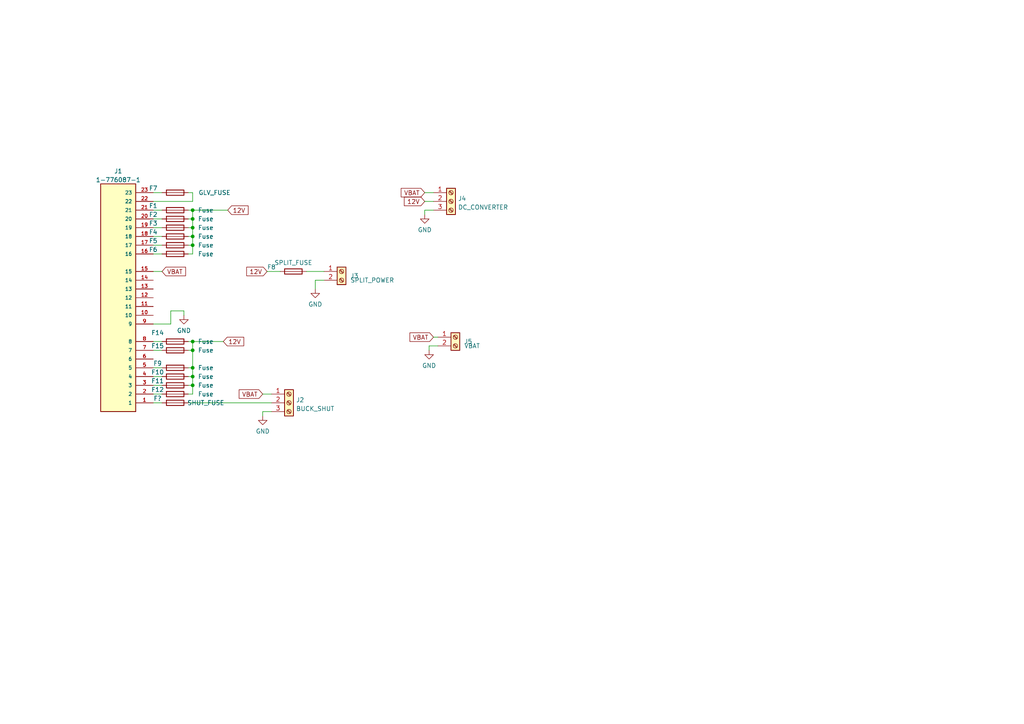
<source format=kicad_sch>
(kicad_sch (version 20211123) (generator eeschema)
  (paper "A4")
  (lib_symbols
    (symbol "1-776087-1:1-776087-1" (pin_names (offset 1.016))
      (property "Reference" "J" (at -5.08 33.7058 0))
      (property "Value" "1-776087-1" (at -5.08 -35.56 0))
      (symbol "1-776087-1_0_0"
        (rectangle (start -5.08 -33.02) (end 5.08 33.02) (stroke (width 0.254)) (fill (type background)))
        (pin passive line (at -10.16 30.48 0) (length 5.08) (name "1") (number "1"))
        (pin passive line (at -10.16 5.08 0) (length 5.08) (name "10") (number "10"))
        (pin passive line (at -10.16 2.54 0) (length 5.08) (name "11") (number "11"))
        (pin passive line (at -10.16 0 0) (length 5.08) (name "12") (number "12"))
        (pin passive line (at -10.16 -2.54 0) (length 5.08) (name "13") (number "13"))
        (pin passive line (at -10.16 -5.08 0) (length 5.08) (name "14") (number "14"))
        (pin passive line (at -10.16 -7.62 0) (length 5.08) (name "15") (number "15"))
        (pin passive line (at -10.16 -12.7 0) (length 5.08) (name "16") (number "16"))
        (pin passive line (at -10.16 -15.24 0) (length 5.08) (name "17") (number "17"))
        (pin passive line (at -10.16 -17.78 0) (length 5.08) (name "18") (number "18"))
        (pin passive line (at -10.16 -20.32 0) (length 5.08) (name "19") (number "19"))
        (pin passive line (at -10.16 27.94 0) (length 5.08) (name "2") (number "2"))
        (pin passive line (at -10.16 -22.86 0) (length 5.08) (name "20") (number "20"))
        (pin passive line (at -10.16 -25.4 0) (length 5.08) (name "21") (number "21"))
        (pin passive line (at -10.16 -27.94 0) (length 5.08) (name "22") (number "22"))
        (pin passive line (at -10.16 -30.48 0) (length 5.08) (name "23") (number "23"))
        (pin passive line (at -10.16 25.4 0) (length 5.08) (name "3") (number "3"))
        (pin passive line (at -10.16 22.86 0) (length 5.08) (name "4") (number "4"))
        (pin passive line (at -10.16 20.32 0) (length 5.08) (name "5") (number "5"))
        (pin passive line (at -10.16 17.78 0) (length 5.08) (name "6") (number "6"))
        (pin passive line (at -10.16 15.24 0) (length 5.08) (name "7") (number "7"))
        (pin passive line (at -10.16 12.7 0) (length 5.08) (name "8") (number "8"))
        (pin passive line (at -10.16 7.62 0) (length 5.08) (name "9") (number "9"))
      )
    )
    (symbol "Connector:Screw_Terminal_01x02" (pin_names (offset 1.016) hide)
      (property "Reference" "J" (at 0 2.54 0))
      (property "Value" "Screw_Terminal_01x02" (at 0 -5.08 0))
      (symbol "Screw_Terminal_01x02_1_1"
        (rectangle (start -1.27 1.27) (end 1.27 -3.81) (stroke (width 0.254)) (fill (type background)))
        (circle (center 0 -2.54) (radius 0.635) (stroke (width 0.1524)))
        (polyline (pts (xy -0.5334 -2.2098) (xy 0.3302 -3.048)) (stroke (width 0.1524)))
        (polyline (pts (xy -0.5334 0.3302) (xy 0.3302 -0.508)) (stroke (width 0.1524)))
        (polyline (pts (xy -0.3556 -2.032) (xy 0.508 -2.8702)) (stroke (width 0.1524)))
        (polyline (pts (xy -0.3556 0.508) (xy 0.508 -0.3302)) (stroke (width 0.1524)))
        (circle (center 0 0) (radius 0.635) (stroke (width 0.1524)))
        (pin passive line (at -5.08 0 0) (length 3.81) (name "Pin_1") (number "1"))
        (pin passive line (at -5.08 -2.54 0) (length 3.81) (name "Pin_2") (number "2"))
      )
    )
    (symbol "Connector:Screw_Terminal_01x03" (pin_names (offset 1.016) hide)
      (property "Reference" "J" (at 0 5.08 0))
      (property "Value" "Screw_Terminal_01x03" (at 0 -5.08 0))
      (symbol "Screw_Terminal_01x03_1_1"
        (rectangle (start -1.27 3.81) (end 1.27 -3.81) (stroke (width 0.254)) (fill (type background)))
        (circle (center 0 -2.54) (radius 0.635) (stroke (width 0.1524)))
        (polyline (pts (xy -0.5334 -2.2098) (xy 0.3302 -3.048)) (stroke (width 0.1524)))
        (polyline (pts (xy -0.5334 0.3302) (xy 0.3302 -0.508)) (stroke (width 0.1524)))
        (polyline (pts (xy -0.5334 2.8702) (xy 0.3302 2.032)) (stroke (width 0.1524)))
        (polyline (pts (xy -0.3556 -2.032) (xy 0.508 -2.8702)) (stroke (width 0.1524)))
        (polyline (pts (xy -0.3556 0.508) (xy 0.508 -0.3302)) (stroke (width 0.1524)))
        (polyline (pts (xy -0.3556 3.048) (xy 0.508 2.2098)) (stroke (width 0.1524)))
        (circle (center 0 0) (radius 0.635) (stroke (width 0.1524)))
        (circle (center 0 2.54) (radius 0.635) (stroke (width 0.1524)))
        (pin passive line (at -5.08 2.54 0) (length 3.81) (name "Pin_1") (number "1"))
        (pin passive line (at -5.08 0 0) (length 3.81) (name "Pin_2") (number "2"))
        (pin passive line (at -5.08 -2.54 0) (length 3.81) (name "Pin_3") (number "3"))
      )
    )
    (symbol "Device:Fuse" (pin_numbers hide) (pin_names (offset 0))
      (property "Reference" "F" (at 2.032 0 90))
      (property "Value" "Fuse" (at -1.905 0 90))
      (symbol "Fuse_0_1"
        (rectangle (start -0.762 -2.54) (end 0.762 2.54) (stroke (width 0.254)))
        (polyline (pts (xy 0 2.54) (xy 0 -2.54)))
      )
      (symbol "Fuse_1_1"
        (pin passive line (at 0 3.81 270) (length 1.27) (name "~") (number "1"))
        (pin passive line (at 0 -3.81 90) (length 1.27) (name "~") (number "2"))
      )
    )
    (symbol "power:GND" (power) (pin_names (offset 0))
      (property "Value" "GND" (at 0 -3.81 0))
      (symbol "GND_0_1"
        (polyline (pts (xy 0 0) (xy 0 -1.27) (xy 1.27 -1.27) (xy 0 -2.54) (xy -1.27 -1.27) (xy 0 -1.27)))
      )
      (symbol "GND_1_1"
        (pin power_in line (at 0 0 270) (length 0) hide (name "GND") (number "1"))
      )
    )
  )
  (junction (at 55.88 63.5))
  (junction (at 55.88 60.96))
  (junction (at 55.88 109.22))
  (junction (at 55.88 71.12))
  (junction (at 55.88 106.68))
  (junction (at 55.88 99.06))
  (junction (at 55.88 68.58))
  (junction (at 55.88 111.76))
  (junction (at 55.88 101.6))
  (junction (at 55.88 66.04))
  (wire (pts (xy 54.61 66.04) (xy 55.88 66.04)))
  (wire (pts (xy 49.53 90.17) (xy 49.53 93.98)))
  (wire (pts (xy 55.88 58.42) (xy 55.88 55.88)))
  (wire (pts (xy 54.61 73.66) (xy 55.88 73.66)))
  (wire (pts (xy 76.2 119.38) (xy 78.74 119.38)))
  (wire (pts (xy 54.61 116.84) (xy 78.74 116.84)))
  (wire (pts (xy 54.61 99.06) (xy 55.88 99.06)))
  (wire (pts (xy 44.45 55.88) (xy 46.99 55.88)))
  (wire (pts (xy 123.19 58.42) (xy 125.73 58.42)))
  (wire (pts (xy 54.61 111.76) (xy 55.88 111.76)))
  (wire (pts (xy 44.45 114.3) (xy 46.99 114.3)))
  (wire (pts (xy 53.34 91.44) (xy 53.34 90.17)))
  (wire (pts (xy 54.61 106.68) (xy 55.88 106.68)))
  (wire (pts (xy 44.45 99.06) (xy 46.99 99.06)))
  (wire (pts (xy 54.61 71.12) (xy 55.88 71.12)))
  (wire (pts (xy 44.45 109.22) (xy 46.99 109.22)))
  (wire (pts (xy 123.19 60.96) (xy 125.73 60.96)))
  (wire (pts (xy 55.88 60.96) (xy 66.04 60.96)))
  (wire (pts (xy 54.61 109.22) (xy 55.88 109.22)))
  (wire (pts (xy 49.53 93.98) (xy 44.45 93.98)))
  (wire (pts (xy 124.46 101.6) (xy 124.46 100.33)))
  (wire (pts (xy 91.44 83.82) (xy 91.44 81.28)))
  (wire (pts (xy 44.45 71.12) (xy 46.99 71.12)))
  (wire (pts (xy 44.45 116.84) (xy 46.99 116.84)))
  (wire (pts (xy 88.9 78.74) (xy 93.98 78.74)))
  (wire (pts (xy 55.88 114.3) (xy 55.88 111.76)))
  (wire (pts (xy 55.88 99.06) (xy 64.77 99.06)))
  (wire (pts (xy 55.88 60.96) (xy 55.88 63.5)))
  (wire (pts (xy 44.45 63.5) (xy 46.99 63.5)))
  (wire (pts (xy 55.88 109.22) (xy 55.88 106.68)))
  (wire (pts (xy 55.88 55.88) (xy 54.61 55.88)))
  (wire (pts (xy 76.2 114.3) (xy 78.74 114.3)))
  (wire (pts (xy 55.88 66.04) (xy 55.88 68.58)))
  (wire (pts (xy 55.88 63.5) (xy 55.88 66.04)))
  (wire (pts (xy 125.73 97.79) (xy 127 97.79)))
  (wire (pts (xy 44.45 66.04) (xy 46.99 66.04)))
  (wire (pts (xy 55.88 111.76) (xy 55.88 109.22)))
  (wire (pts (xy 44.45 106.68) (xy 46.99 106.68)))
  (wire (pts (xy 44.45 101.6) (xy 46.99 101.6)))
  (wire (pts (xy 44.45 60.96) (xy 46.99 60.96)))
  (wire (pts (xy 77.47 78.74) (xy 81.28 78.74)))
  (wire (pts (xy 123.19 62.23) (xy 123.19 60.96)))
  (wire (pts (xy 123.19 55.88) (xy 125.73 55.88)))
  (wire (pts (xy 55.88 71.12) (xy 55.88 73.66)))
  (wire (pts (xy 44.45 78.74) (xy 46.99 78.74)))
  (wire (pts (xy 54.61 63.5) (xy 55.88 63.5)))
  (wire (pts (xy 55.88 106.68) (xy 55.88 101.6)))
  (wire (pts (xy 44.45 58.42) (xy 55.88 58.42)))
  (wire (pts (xy 54.61 101.6) (xy 55.88 101.6)))
  (wire (pts (xy 55.88 101.6) (xy 55.88 99.06)))
  (wire (pts (xy 44.45 73.66) (xy 46.99 73.66)))
  (wire (pts (xy 76.2 120.65) (xy 76.2 119.38)))
  (wire (pts (xy 54.61 114.3) (xy 55.88 114.3)))
  (wire (pts (xy 124.46 100.33) (xy 127 100.33)))
  (wire (pts (xy 54.61 68.58) (xy 55.88 68.58)))
  (wire (pts (xy 54.61 60.96) (xy 55.88 60.96)))
  (wire (pts (xy 91.44 81.28) (xy 93.98 81.28)))
  (wire (pts (xy 44.45 111.76) (xy 46.99 111.76)))
  (wire (pts (xy 55.88 68.58) (xy 55.88 71.12)))
  (wire (pts (xy 53.34 90.17) (xy 49.53 90.17)))
  (wire (pts (xy 44.45 68.58) (xy 46.99 68.58)))
  (global_label "VBAT" (shape input) (at 76.2 114.3 180) (property "Referências entre as folhas" "${INTERSHEET_REFS}" (effects hide)))
  (global_label "VBAT" (shape input) (at 46.99 78.74 0) (property "Referências entre as folhas" "${INTERSHEET_REFS}" (effects hide)))
  (global_label "12V" (shape input) (at 123.19 58.42 180) (property "Referências entre as folhas" "${INTERSHEET_REFS}" (effects hide)))
  (global_label "12V" (shape input) (at 77.47 78.74 180) (property "Referências entre as folhas" "${INTERSHEET_REFS}" (effects hide)))
  (global_label "12V" (shape input) (at 66.04 60.96 0) (property "Referências entre as folhas" "${INTERSHEET_REFS}" (effects hide)))
  (global_label "VBAT" (shape input) (at 125.73 97.79 180) (property "Referências entre as folhas" "${INTERSHEET_REFS}" (effects hide)))
  (global_label "12V" (shape input) (at 64.77 99.06 0) (property "Referências entre as folhas" "${INTERSHEET_REFS}" (effects hide)))
  (global_label "VBAT" (shape input) (at 123.19 55.88 180) (property "Referências entre as folhas" "${INTERSHEET_REFS}" (effects hide)))
  (symbol (lib_id "Device:Fuse") (at 50.8 60.96 90) (unit 1)
    (property "Reference" "F1" (at 44.45 59.69 90))
    (property "Value" "Fuse" (at 59.69 60.96 90))
    (property "Footprint" "Fuse:Fuseholder_Cylinder-5x20mm_Schurter_0031_8201_Horizontal_Open" (effects hide))
  )
  (symbol (lib_id "Device:Fuse") (at 50.8 106.68 90) (unit 1)
    (property "Reference" "F9" (at 45.72 105.41 90))
    (property "Value" "Fuse" (at 59.69 106.68 90))
    (property "Footprint" "Fuse:Fuseholder_Cylinder-5x20mm_Schurter_0031_8201_Horizontal_Open" (effects hide))
  )
  (symbol (lib_id "power:GND") (at 123.19 62.23 0) (unit 1)
    (property "Reference" "#PWR0103" (effects hide))
    (property "Value" "GND" (at 123.19 66.6734 0))
  )
  (symbol (lib_id "power:GND") (at 53.34 91.44 0) (unit 1)
    (property "Reference" "#PWR0105" (effects hide))
    (property "Value" "GND" (at 53.34 95.8834 0))
  )
  (symbol (lib_id "Device:Fuse") (at 50.8 73.66 90) (unit 1)
    (property "Reference" "F6" (at 44.45 72.39 90))
    (property "Value" "Fuse" (at 59.69 73.66 90))
    (property "Footprint" "Fuse:Fuseholder_Cylinder-5x20mm_Schurter_0031_8201_Horizontal_Open" (effects hide))
  )
  (symbol (lib_id "Device:Fuse") (at 50.8 99.06 90) (unit 1)
    (property "Reference" "F14" (at 45.72 96.52 90))
    (property "Value" "Fuse" (at 59.69 99.06 90))
    (property "Footprint" "Fuse:Fuseholder_Cylinder-5x20mm_Schurter_0031_8201_Horizontal_Open" (effects hide))
  )
  (symbol (lib_id "Device:Fuse") (at 85.09 78.74 90) (unit 1)
    (property "Reference" "F8" (at 78.74 77.47 90))
    (property "Value" "SPLIT_FUSE" (at 85.09 76.2 90))
    (property "Footprint" "Fuse:Fuseholder_Cylinder-5x20mm_Schurter_0031_8201_Horizontal_Open" (effects hide))
  )
  (symbol (lib_id "power:GND") (at 76.2 120.65 0) (unit 1)
    (property "Reference" "#PWR0101" (effects hide))
    (property "Value" "GND" (at 76.2 125.0934 0))
  )
  (symbol (lib_id "Device:Fuse") (at 50.8 114.3 90) (unit 1)
    (property "Reference" "F12" (at 45.72 113.03 90))
    (property "Value" "Fuse" (at 59.69 114.3 90))
    (property "Footprint" "Fuse:Fuseholder_Cylinder-5x20mm_Schurter_0031_8201_Horizontal_Open" (effects hide))
  )
  (symbol (lib_id "Connector:Screw_Terminal_01x03") (at 130.81 58.42 0) (unit 1)
    (property "Reference" "J4" (at 132.842 57.5853 0) (effects (justify left)))
    (property "Value" "DC_CONVERTER" (at 132.842 60.1222 0) (effects (justify left)))
    (property "Footprint" "TerminalBlock:TerminalBlock_bornier-3_P5.08mm" (effects hide))
  )
  (symbol (lib_id "Device:Fuse") (at 50.8 66.04 90) (unit 1)
    (property "Reference" "F3" (at 44.45 64.77 90))
    (property "Value" "Fuse" (at 59.69 66.04 90))
    (property "Footprint" "Fuse:Fuseholder_Cylinder-5x20mm_Schurter_0031_8201_Horizontal_Open" (effects hide))
  )
  (symbol (lib_id "Device:Fuse") (at 50.8 71.12 90) (unit 1)
    (property "Reference" "F5" (at 44.45 69.85 90))
    (property "Value" "Fuse" (at 59.69 71.12 90))
    (property "Footprint" "Fuse:Fuseholder_Cylinder-5x20mm_Schurter_0031_8201_Horizontal_Open" (effects hide))
  )
  (symbol (lib_id "Device:Fuse") (at 50.8 68.58 90) (unit 1)
    (property "Reference" "F4" (at 44.45 67.31 90))
    (property "Value" "Fuse" (at 59.69 68.58 90))
    (property "Footprint" "Fuse:Fuseholder_Cylinder-5x20mm_Schurter_0031_8201_Horizontal_Open" (effects hide))
  )
  (symbol (lib_id "Device:Fuse") (at 50.8 116.84 90) (unit 1)
    (property "Reference" "F?" (at 45.72 115.57 90))
    (property "Value" "SHUT_FUSE" (at 59.69 116.84 90))
    (property "Footprint" "Fuse:Fuseholder_Cylinder-5x20mm_Schurter_0031_8201_Horizontal_Open" (effects hide))
  )
  (symbol (lib_id "Device:Fuse") (at 50.8 63.5 90) (unit 1)
    (property "Reference" "F2" (at 44.45 62.23 90))
    (property "Value" "Fuse" (at 59.69 63.5 90))
    (property "Footprint" "Fuse:Fuseholder_Cylinder-5x20mm_Schurter_0031_8201_Horizontal_Open" (effects hide))
  )
  (symbol (lib_id "Device:Fuse") (at 50.8 109.22 90) (unit 1)
    (property "Reference" "F10" (at 45.72 107.95 90))
    (property "Value" "Fuse" (at 59.69 109.22 90))
    (property "Footprint" "Fuse:Fuseholder_Cylinder-5x20mm_Schurter_0031_8201_Horizontal_Open" (effects hide))
  )
  (symbol (lib_id "Device:Fuse") (at 50.8 55.88 90) (unit 1)
    (property "Reference" "F7" (at 44.45 54.61 90))
    (property "Value" "GLV_FUSE" (at 62.23 55.88 90))
    (property "Footprint" "Fuse:Fuseholder_Cylinder-5x20mm_Schurter_0031_8201_Horizontal_Open" (effects hide))
  )
  (symbol (lib_id "power:GND") (at 124.46 101.6 0) (unit 1)
    (property "Reference" "#PWR0104" (effects hide))
    (property "Value" "GND" (at 124.46 106.0434 0))
  )
  (symbol (lib_id "Device:Fuse") (at 50.8 101.6 90) (unit 1)
    (property "Reference" "F15" (at 45.72 100.33 90))
    (property "Value" "Fuse" (at 59.69 101.6 90))
    (property "Footprint" "Fuse:Fuseholder_Cylinder-5x20mm_Schurter_0031_8201_Horizontal_Open" (effects hide))
  )
  (symbol (lib_id "Connector:Screw_Terminal_01x02") (at 99.06 78.74 0) (unit 1)
    (property "Reference" "J3" (at 101.6 80.01 0) (effects (justify left)))
    (property "Value" "SPLIT_POWER" (at 101.6 81.28 0) (effects (justify left)))
    (property "Footprint" "TerminalBlock:TerminalBlock_bornier-2_P5.08mm" (effects hide))
  )
  (symbol (lib_id "Connector:Screw_Terminal_01x02") (at 132.08 97.79 0) (unit 1)
    (property "Reference" "J5" (at 134.62 99.06 0) (effects (justify left)))
    (property "Value" "VBAT" (at 134.62 100.33 0) (effects (justify left)))
    (property "Footprint" "TerminalBlock:TerminalBlock_bornier-2_P5.08mm" (effects hide))
  )
  (symbol (lib_id "power:GND") (at 91.44 83.82 0) (unit 1)
    (property "Reference" "#PWR0102" (effects hide))
    (property "Value" "GND" (at 91.44 88.2634 0))
  )
  (symbol (lib_id "Connector:Screw_Terminal_01x03") (at 83.82 116.84 0) (unit 1)
    (property "Reference" "J2" (at 85.852 116.0053 0) (effects (justify left)))
    (property "Value" "BUCK_SHUT" (at 85.852 118.5422 0) (effects (justify left)))
    (property "Footprint" "TerminalBlock:TerminalBlock_bornier-3_P5.08mm" (effects hide))
  )
  (symbol (lib_id "Device:Fuse") (at 50.8 111.76 90) (unit 1)
    (property "Reference" "F11" (at 45.72 110.49 90))
    (property "Value" "Fuse" (at 59.69 111.76 90))
    (property "Footprint" "Fuse:Fuseholder_Cylinder-5x20mm_Schurter_0031_8201_Horizontal_Open" (effects hide))
  )
  (symbol (lib_id "1-776087-1:1-776087-1") (at 34.29 86.36 180) (unit 1)
    (property "Reference" "J1" (at 34.29 49.6402 0))
    (property "Value" "1-776087-1" (at 34.29 52.1771 0))
    (property "Footprint" "Ampseal 23:TE_1-776087-1" (effects hide))
    (property "EU_RoHS_Compliance" "Compliant" (effects hide))
    (property "Comment" "1-776087-1" (effects hide))
  )
)
</source>
